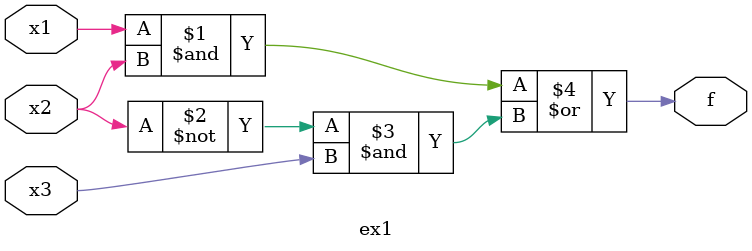
<source format=v>
module ex1(x1,x2,x3,f);
    input x1, x2, x3;
    output f;
    assign f = (x1 & x2) | (~x2 & x3);
endmodule
    
</source>
